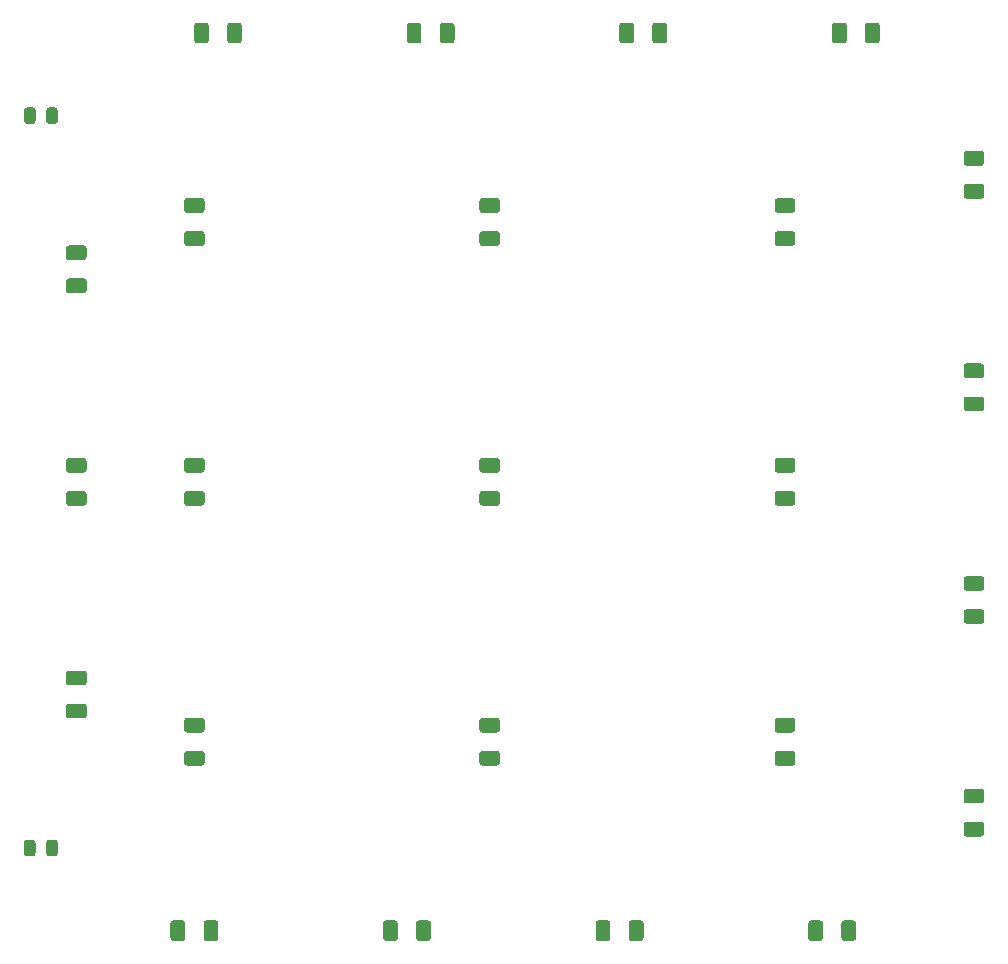
<source format=gbr>
%TF.GenerationSoftware,KiCad,Pcbnew,5.1.6-c6e7f7d~87~ubuntu20.04.1*%
%TF.CreationDate,2020-09-19T08:47:59-07:00*%
%TF.ProjectId,multi-way-usb,6d756c74-692d-4776-9179-2d7573622e6b,rev?*%
%TF.SameCoordinates,Original*%
%TF.FileFunction,Paste,Bot*%
%TF.FilePolarity,Positive*%
%FSLAX46Y46*%
G04 Gerber Fmt 4.6, Leading zero omitted, Abs format (unit mm)*
G04 Created by KiCad (PCBNEW 5.1.6-c6e7f7d~87~ubuntu20.04.1) date 2020-09-19 08:47:59*
%MOMM*%
%LPD*%
G01*
G04 APERTURE LIST*
G04 APERTURE END LIST*
%TO.C,F24*%
G36*
G01*
X-27375000Y-21225000D02*
X-28625000Y-21225000D01*
G75*
G02*
X-28875000Y-20975000I0J250000D01*
G01*
X-28875000Y-20225000D01*
G75*
G02*
X-28625000Y-19975000I250000J0D01*
G01*
X-27375000Y-19975000D01*
G75*
G02*
X-27125000Y-20225000I0J-250000D01*
G01*
X-27125000Y-20975000D01*
G75*
G02*
X-27375000Y-21225000I-250000J0D01*
G01*
G37*
G36*
G01*
X-27375000Y-24025000D02*
X-28625000Y-24025000D01*
G75*
G02*
X-28875000Y-23775000I0J250000D01*
G01*
X-28875000Y-23025000D01*
G75*
G02*
X-28625000Y-22775000I250000J0D01*
G01*
X-27375000Y-22775000D01*
G75*
G02*
X-27125000Y-23025000I0J-250000D01*
G01*
X-27125000Y-23775000D01*
G75*
G02*
X-27375000Y-24025000I-250000J0D01*
G01*
G37*
%TD*%
%TO.C,F23*%
G36*
G01*
X-27375000Y775000D02*
X-28625000Y775000D01*
G75*
G02*
X-28875000Y1025000I0J250000D01*
G01*
X-28875000Y1775000D01*
G75*
G02*
X-28625000Y2025000I250000J0D01*
G01*
X-27375000Y2025000D01*
G75*
G02*
X-27125000Y1775000I0J-250000D01*
G01*
X-27125000Y1025000D01*
G75*
G02*
X-27375000Y775000I-250000J0D01*
G01*
G37*
G36*
G01*
X-27375000Y-2025000D02*
X-28625000Y-2025000D01*
G75*
G02*
X-28875000Y-1775000I0J250000D01*
G01*
X-28875000Y-1025000D01*
G75*
G02*
X-28625000Y-775000I250000J0D01*
G01*
X-27375000Y-775000D01*
G75*
G02*
X-27125000Y-1025000I0J-250000D01*
G01*
X-27125000Y-1775000D01*
G75*
G02*
X-27375000Y-2025000I-250000J0D01*
G01*
G37*
%TD*%
%TO.C,F22*%
G36*
G01*
X-27375000Y22775000D02*
X-28625000Y22775000D01*
G75*
G02*
X-28875000Y23025000I0J250000D01*
G01*
X-28875000Y23775000D01*
G75*
G02*
X-28625000Y24025000I250000J0D01*
G01*
X-27375000Y24025000D01*
G75*
G02*
X-27125000Y23775000I0J-250000D01*
G01*
X-27125000Y23025000D01*
G75*
G02*
X-27375000Y22775000I-250000J0D01*
G01*
G37*
G36*
G01*
X-27375000Y19975000D02*
X-28625000Y19975000D01*
G75*
G02*
X-28875000Y20225000I0J250000D01*
G01*
X-28875000Y20975000D01*
G75*
G02*
X-28625000Y21225000I250000J0D01*
G01*
X-27375000Y21225000D01*
G75*
G02*
X-27125000Y20975000I0J-250000D01*
G01*
X-27125000Y20225000D01*
G75*
G02*
X-27375000Y19975000I-250000J0D01*
G01*
G37*
%TD*%
%TO.C,F21*%
G36*
G01*
X-2375000Y-21225000D02*
X-3625000Y-21225000D01*
G75*
G02*
X-3875000Y-20975000I0J250000D01*
G01*
X-3875000Y-20225000D01*
G75*
G02*
X-3625000Y-19975000I250000J0D01*
G01*
X-2375000Y-19975000D01*
G75*
G02*
X-2125000Y-20225000I0J-250000D01*
G01*
X-2125000Y-20975000D01*
G75*
G02*
X-2375000Y-21225000I-250000J0D01*
G01*
G37*
G36*
G01*
X-2375000Y-24025000D02*
X-3625000Y-24025000D01*
G75*
G02*
X-3875000Y-23775000I0J250000D01*
G01*
X-3875000Y-23025000D01*
G75*
G02*
X-3625000Y-22775000I250000J0D01*
G01*
X-2375000Y-22775000D01*
G75*
G02*
X-2125000Y-23025000I0J-250000D01*
G01*
X-2125000Y-23775000D01*
G75*
G02*
X-2375000Y-24025000I-250000J0D01*
G01*
G37*
%TD*%
%TO.C,F20*%
G36*
G01*
X-2375000Y775000D02*
X-3625000Y775000D01*
G75*
G02*
X-3875000Y1025000I0J250000D01*
G01*
X-3875000Y1775000D01*
G75*
G02*
X-3625000Y2025000I250000J0D01*
G01*
X-2375000Y2025000D01*
G75*
G02*
X-2125000Y1775000I0J-250000D01*
G01*
X-2125000Y1025000D01*
G75*
G02*
X-2375000Y775000I-250000J0D01*
G01*
G37*
G36*
G01*
X-2375000Y-2025000D02*
X-3625000Y-2025000D01*
G75*
G02*
X-3875000Y-1775000I0J250000D01*
G01*
X-3875000Y-1025000D01*
G75*
G02*
X-3625000Y-775000I250000J0D01*
G01*
X-2375000Y-775000D01*
G75*
G02*
X-2125000Y-1025000I0J-250000D01*
G01*
X-2125000Y-1775000D01*
G75*
G02*
X-2375000Y-2025000I-250000J0D01*
G01*
G37*
%TD*%
%TO.C,F19*%
G36*
G01*
X-2375000Y22775000D02*
X-3625000Y22775000D01*
G75*
G02*
X-3875000Y23025000I0J250000D01*
G01*
X-3875000Y23775000D01*
G75*
G02*
X-3625000Y24025000I250000J0D01*
G01*
X-2375000Y24025000D01*
G75*
G02*
X-2125000Y23775000I0J-250000D01*
G01*
X-2125000Y23025000D01*
G75*
G02*
X-2375000Y22775000I-250000J0D01*
G01*
G37*
G36*
G01*
X-2375000Y19975000D02*
X-3625000Y19975000D01*
G75*
G02*
X-3875000Y20225000I0J250000D01*
G01*
X-3875000Y20975000D01*
G75*
G02*
X-3625000Y21225000I250000J0D01*
G01*
X-2375000Y21225000D01*
G75*
G02*
X-2125000Y20975000I0J-250000D01*
G01*
X-2125000Y20225000D01*
G75*
G02*
X-2375000Y19975000I-250000J0D01*
G01*
G37*
%TD*%
%TO.C,F18*%
G36*
G01*
X22625000Y-21225000D02*
X21375000Y-21225000D01*
G75*
G02*
X21125000Y-20975000I0J250000D01*
G01*
X21125000Y-20225000D01*
G75*
G02*
X21375000Y-19975000I250000J0D01*
G01*
X22625000Y-19975000D01*
G75*
G02*
X22875000Y-20225000I0J-250000D01*
G01*
X22875000Y-20975000D01*
G75*
G02*
X22625000Y-21225000I-250000J0D01*
G01*
G37*
G36*
G01*
X22625000Y-24025000D02*
X21375000Y-24025000D01*
G75*
G02*
X21125000Y-23775000I0J250000D01*
G01*
X21125000Y-23025000D01*
G75*
G02*
X21375000Y-22775000I250000J0D01*
G01*
X22625000Y-22775000D01*
G75*
G02*
X22875000Y-23025000I0J-250000D01*
G01*
X22875000Y-23775000D01*
G75*
G02*
X22625000Y-24025000I-250000J0D01*
G01*
G37*
%TD*%
%TO.C,F17*%
G36*
G01*
X22625000Y775000D02*
X21375000Y775000D01*
G75*
G02*
X21125000Y1025000I0J250000D01*
G01*
X21125000Y1775000D01*
G75*
G02*
X21375000Y2025000I250000J0D01*
G01*
X22625000Y2025000D01*
G75*
G02*
X22875000Y1775000I0J-250000D01*
G01*
X22875000Y1025000D01*
G75*
G02*
X22625000Y775000I-250000J0D01*
G01*
G37*
G36*
G01*
X22625000Y-2025000D02*
X21375000Y-2025000D01*
G75*
G02*
X21125000Y-1775000I0J250000D01*
G01*
X21125000Y-1025000D01*
G75*
G02*
X21375000Y-775000I250000J0D01*
G01*
X22625000Y-775000D01*
G75*
G02*
X22875000Y-1025000I0J-250000D01*
G01*
X22875000Y-1775000D01*
G75*
G02*
X22625000Y-2025000I-250000J0D01*
G01*
G37*
%TD*%
%TO.C,F16*%
G36*
G01*
X22625000Y22775000D02*
X21375000Y22775000D01*
G75*
G02*
X21125000Y23025000I0J250000D01*
G01*
X21125000Y23775000D01*
G75*
G02*
X21375000Y24025000I250000J0D01*
G01*
X22625000Y24025000D01*
G75*
G02*
X22875000Y23775000I0J-250000D01*
G01*
X22875000Y23025000D01*
G75*
G02*
X22625000Y22775000I-250000J0D01*
G01*
G37*
G36*
G01*
X22625000Y19975000D02*
X21375000Y19975000D01*
G75*
G02*
X21125000Y20225000I0J250000D01*
G01*
X21125000Y20975000D01*
G75*
G02*
X21375000Y21225000I250000J0D01*
G01*
X22625000Y21225000D01*
G75*
G02*
X22875000Y20975000I0J-250000D01*
G01*
X22875000Y20225000D01*
G75*
G02*
X22625000Y19975000I-250000J0D01*
G01*
G37*
%TD*%
%TO.C,F15*%
G36*
G01*
X-38625000Y-18775000D02*
X-37375000Y-18775000D01*
G75*
G02*
X-37125000Y-19025000I0J-250000D01*
G01*
X-37125000Y-19775000D01*
G75*
G02*
X-37375000Y-20025000I-250000J0D01*
G01*
X-38625000Y-20025000D01*
G75*
G02*
X-38875000Y-19775000I0J250000D01*
G01*
X-38875000Y-19025000D01*
G75*
G02*
X-38625000Y-18775000I250000J0D01*
G01*
G37*
G36*
G01*
X-38625000Y-15975000D02*
X-37375000Y-15975000D01*
G75*
G02*
X-37125000Y-16225000I0J-250000D01*
G01*
X-37125000Y-16975000D01*
G75*
G02*
X-37375000Y-17225000I-250000J0D01*
G01*
X-38625000Y-17225000D01*
G75*
G02*
X-38875000Y-16975000I0J250000D01*
G01*
X-38875000Y-16225000D01*
G75*
G02*
X-38625000Y-15975000I250000J0D01*
G01*
G37*
%TD*%
%TO.C,R2*%
G36*
G01*
X-40550000Y-31456250D02*
X-40550000Y-30543750D01*
G75*
G02*
X-40306250Y-30300000I243750J0D01*
G01*
X-39818750Y-30300000D01*
G75*
G02*
X-39575000Y-30543750I0J-243750D01*
G01*
X-39575000Y-31456250D01*
G75*
G02*
X-39818750Y-31700000I-243750J0D01*
G01*
X-40306250Y-31700000D01*
G75*
G02*
X-40550000Y-31456250I0J243750D01*
G01*
G37*
G36*
G01*
X-42425000Y-31456250D02*
X-42425000Y-30543750D01*
G75*
G02*
X-42181250Y-30300000I243750J0D01*
G01*
X-41693750Y-30300000D01*
G75*
G02*
X-41450000Y-30543750I0J-243750D01*
G01*
X-41450000Y-31456250D01*
G75*
G02*
X-41693750Y-31700000I-243750J0D01*
G01*
X-42181250Y-31700000D01*
G75*
G02*
X-42425000Y-31456250I0J243750D01*
G01*
G37*
%TD*%
%TO.C,F14*%
G36*
G01*
X-38625000Y-775000D02*
X-37375000Y-775000D01*
G75*
G02*
X-37125000Y-1025000I0J-250000D01*
G01*
X-37125000Y-1775000D01*
G75*
G02*
X-37375000Y-2025000I-250000J0D01*
G01*
X-38625000Y-2025000D01*
G75*
G02*
X-38875000Y-1775000I0J250000D01*
G01*
X-38875000Y-1025000D01*
G75*
G02*
X-38625000Y-775000I250000J0D01*
G01*
G37*
G36*
G01*
X-38625000Y2025000D02*
X-37375000Y2025000D01*
G75*
G02*
X-37125000Y1775000I0J-250000D01*
G01*
X-37125000Y1025000D01*
G75*
G02*
X-37375000Y775000I-250000J0D01*
G01*
X-38625000Y775000D01*
G75*
G02*
X-38875000Y1025000I0J250000D01*
G01*
X-38875000Y1775000D01*
G75*
G02*
X-38625000Y2025000I250000J0D01*
G01*
G37*
%TD*%
%TO.C,F13*%
G36*
G01*
X-38625000Y17225000D02*
X-37375000Y17225000D01*
G75*
G02*
X-37125000Y16975000I0J-250000D01*
G01*
X-37125000Y16225000D01*
G75*
G02*
X-37375000Y15975000I-250000J0D01*
G01*
X-38625000Y15975000D01*
G75*
G02*
X-38875000Y16225000I0J250000D01*
G01*
X-38875000Y16975000D01*
G75*
G02*
X-38625000Y17225000I250000J0D01*
G01*
G37*
G36*
G01*
X-38625000Y20025000D02*
X-37375000Y20025000D01*
G75*
G02*
X-37125000Y19775000I0J-250000D01*
G01*
X-37125000Y19025000D01*
G75*
G02*
X-37375000Y18775000I-250000J0D01*
G01*
X-38625000Y18775000D01*
G75*
G02*
X-38875000Y19025000I0J250000D01*
G01*
X-38875000Y19775000D01*
G75*
G02*
X-38625000Y20025000I250000J0D01*
G01*
G37*
%TD*%
%TO.C,R1*%
G36*
G01*
X-40550000Y30543750D02*
X-40550000Y31456250D01*
G75*
G02*
X-40306250Y31700000I243750J0D01*
G01*
X-39818750Y31700000D01*
G75*
G02*
X-39575000Y31456250I0J-243750D01*
G01*
X-39575000Y30543750D01*
G75*
G02*
X-39818750Y30300000I-243750J0D01*
G01*
X-40306250Y30300000D01*
G75*
G02*
X-40550000Y30543750I0J243750D01*
G01*
G37*
G36*
G01*
X-42425000Y30543750D02*
X-42425000Y31456250D01*
G75*
G02*
X-42181250Y31700000I243750J0D01*
G01*
X-41693750Y31700000D01*
G75*
G02*
X-41450000Y31456250I0J-243750D01*
G01*
X-41450000Y30543750D01*
G75*
G02*
X-41693750Y30300000I-243750J0D01*
G01*
X-42181250Y30300000D01*
G75*
G02*
X-42425000Y30543750I0J243750D01*
G01*
G37*
%TD*%
%TO.C,F12*%
G36*
G01*
X-26775000Y38625000D02*
X-26775000Y37375000D01*
G75*
G02*
X-27025000Y37125000I-250000J0D01*
G01*
X-27775000Y37125000D01*
G75*
G02*
X-28025000Y37375000I0J250000D01*
G01*
X-28025000Y38625000D01*
G75*
G02*
X-27775000Y38875000I250000J0D01*
G01*
X-27025000Y38875000D01*
G75*
G02*
X-26775000Y38625000I0J-250000D01*
G01*
G37*
G36*
G01*
X-23975000Y38625000D02*
X-23975000Y37375000D01*
G75*
G02*
X-24225000Y37125000I-250000J0D01*
G01*
X-24975000Y37125000D01*
G75*
G02*
X-25225000Y37375000I0J250000D01*
G01*
X-25225000Y38625000D01*
G75*
G02*
X-24975000Y38875000I250000J0D01*
G01*
X-24225000Y38875000D01*
G75*
G02*
X-23975000Y38625000I0J-250000D01*
G01*
G37*
%TD*%
%TO.C,F11*%
G36*
G01*
X-8775000Y38625000D02*
X-8775000Y37375000D01*
G75*
G02*
X-9025000Y37125000I-250000J0D01*
G01*
X-9775000Y37125000D01*
G75*
G02*
X-10025000Y37375000I0J250000D01*
G01*
X-10025000Y38625000D01*
G75*
G02*
X-9775000Y38875000I250000J0D01*
G01*
X-9025000Y38875000D01*
G75*
G02*
X-8775000Y38625000I0J-250000D01*
G01*
G37*
G36*
G01*
X-5975000Y38625000D02*
X-5975000Y37375000D01*
G75*
G02*
X-6225000Y37125000I-250000J0D01*
G01*
X-6975000Y37125000D01*
G75*
G02*
X-7225000Y37375000I0J250000D01*
G01*
X-7225000Y38625000D01*
G75*
G02*
X-6975000Y38875000I250000J0D01*
G01*
X-6225000Y38875000D01*
G75*
G02*
X-5975000Y38625000I0J-250000D01*
G01*
G37*
%TD*%
%TO.C,F10*%
G36*
G01*
X9225000Y38625000D02*
X9225000Y37375000D01*
G75*
G02*
X8975000Y37125000I-250000J0D01*
G01*
X8225000Y37125000D01*
G75*
G02*
X7975000Y37375000I0J250000D01*
G01*
X7975000Y38625000D01*
G75*
G02*
X8225000Y38875000I250000J0D01*
G01*
X8975000Y38875000D01*
G75*
G02*
X9225000Y38625000I0J-250000D01*
G01*
G37*
G36*
G01*
X12025000Y38625000D02*
X12025000Y37375000D01*
G75*
G02*
X11775000Y37125000I-250000J0D01*
G01*
X11025000Y37125000D01*
G75*
G02*
X10775000Y37375000I0J250000D01*
G01*
X10775000Y38625000D01*
G75*
G02*
X11025000Y38875000I250000J0D01*
G01*
X11775000Y38875000D01*
G75*
G02*
X12025000Y38625000I0J-250000D01*
G01*
G37*
%TD*%
%TO.C,F9*%
G36*
G01*
X27225000Y38625000D02*
X27225000Y37375000D01*
G75*
G02*
X26975000Y37125000I-250000J0D01*
G01*
X26225000Y37125000D01*
G75*
G02*
X25975000Y37375000I0J250000D01*
G01*
X25975000Y38625000D01*
G75*
G02*
X26225000Y38875000I250000J0D01*
G01*
X26975000Y38875000D01*
G75*
G02*
X27225000Y38625000I0J-250000D01*
G01*
G37*
G36*
G01*
X30025000Y38625000D02*
X30025000Y37375000D01*
G75*
G02*
X29775000Y37125000I-250000J0D01*
G01*
X29025000Y37125000D01*
G75*
G02*
X28775000Y37375000I0J250000D01*
G01*
X28775000Y38625000D01*
G75*
G02*
X29025000Y38875000I250000J0D01*
G01*
X29775000Y38875000D01*
G75*
G02*
X30025000Y38625000I0J-250000D01*
G01*
G37*
%TD*%
%TO.C,F8*%
G36*
G01*
X38625000Y26775000D02*
X37375000Y26775000D01*
G75*
G02*
X37125000Y27025000I0J250000D01*
G01*
X37125000Y27775000D01*
G75*
G02*
X37375000Y28025000I250000J0D01*
G01*
X38625000Y28025000D01*
G75*
G02*
X38875000Y27775000I0J-250000D01*
G01*
X38875000Y27025000D01*
G75*
G02*
X38625000Y26775000I-250000J0D01*
G01*
G37*
G36*
G01*
X38625000Y23975000D02*
X37375000Y23975000D01*
G75*
G02*
X37125000Y24225000I0J250000D01*
G01*
X37125000Y24975000D01*
G75*
G02*
X37375000Y25225000I250000J0D01*
G01*
X38625000Y25225000D01*
G75*
G02*
X38875000Y24975000I0J-250000D01*
G01*
X38875000Y24225000D01*
G75*
G02*
X38625000Y23975000I-250000J0D01*
G01*
G37*
%TD*%
%TO.C,F7*%
G36*
G01*
X38625000Y8775000D02*
X37375000Y8775000D01*
G75*
G02*
X37125000Y9025000I0J250000D01*
G01*
X37125000Y9775000D01*
G75*
G02*
X37375000Y10025000I250000J0D01*
G01*
X38625000Y10025000D01*
G75*
G02*
X38875000Y9775000I0J-250000D01*
G01*
X38875000Y9025000D01*
G75*
G02*
X38625000Y8775000I-250000J0D01*
G01*
G37*
G36*
G01*
X38625000Y5975000D02*
X37375000Y5975000D01*
G75*
G02*
X37125000Y6225000I0J250000D01*
G01*
X37125000Y6975000D01*
G75*
G02*
X37375000Y7225000I250000J0D01*
G01*
X38625000Y7225000D01*
G75*
G02*
X38875000Y6975000I0J-250000D01*
G01*
X38875000Y6225000D01*
G75*
G02*
X38625000Y5975000I-250000J0D01*
G01*
G37*
%TD*%
%TO.C,F6*%
G36*
G01*
X38625000Y-9225000D02*
X37375000Y-9225000D01*
G75*
G02*
X37125000Y-8975000I0J250000D01*
G01*
X37125000Y-8225000D01*
G75*
G02*
X37375000Y-7975000I250000J0D01*
G01*
X38625000Y-7975000D01*
G75*
G02*
X38875000Y-8225000I0J-250000D01*
G01*
X38875000Y-8975000D01*
G75*
G02*
X38625000Y-9225000I-250000J0D01*
G01*
G37*
G36*
G01*
X38625000Y-12025000D02*
X37375000Y-12025000D01*
G75*
G02*
X37125000Y-11775000I0J250000D01*
G01*
X37125000Y-11025000D01*
G75*
G02*
X37375000Y-10775000I250000J0D01*
G01*
X38625000Y-10775000D01*
G75*
G02*
X38875000Y-11025000I0J-250000D01*
G01*
X38875000Y-11775000D01*
G75*
G02*
X38625000Y-12025000I-250000J0D01*
G01*
G37*
%TD*%
%TO.C,F5*%
G36*
G01*
X38625000Y-27225000D02*
X37375000Y-27225000D01*
G75*
G02*
X37125000Y-26975000I0J250000D01*
G01*
X37125000Y-26225000D01*
G75*
G02*
X37375000Y-25975000I250000J0D01*
G01*
X38625000Y-25975000D01*
G75*
G02*
X38875000Y-26225000I0J-250000D01*
G01*
X38875000Y-26975000D01*
G75*
G02*
X38625000Y-27225000I-250000J0D01*
G01*
G37*
G36*
G01*
X38625000Y-30025000D02*
X37375000Y-30025000D01*
G75*
G02*
X37125000Y-29775000I0J250000D01*
G01*
X37125000Y-29025000D01*
G75*
G02*
X37375000Y-28775000I250000J0D01*
G01*
X38625000Y-28775000D01*
G75*
G02*
X38875000Y-29025000I0J-250000D01*
G01*
X38875000Y-29775000D01*
G75*
G02*
X38625000Y-30025000I-250000J0D01*
G01*
G37*
%TD*%
%TO.C,F4*%
G36*
G01*
X26775000Y-38625000D02*
X26775000Y-37375000D01*
G75*
G02*
X27025000Y-37125000I250000J0D01*
G01*
X27775000Y-37125000D01*
G75*
G02*
X28025000Y-37375000I0J-250000D01*
G01*
X28025000Y-38625000D01*
G75*
G02*
X27775000Y-38875000I-250000J0D01*
G01*
X27025000Y-38875000D01*
G75*
G02*
X26775000Y-38625000I0J250000D01*
G01*
G37*
G36*
G01*
X23975000Y-38625000D02*
X23975000Y-37375000D01*
G75*
G02*
X24225000Y-37125000I250000J0D01*
G01*
X24975000Y-37125000D01*
G75*
G02*
X25225000Y-37375000I0J-250000D01*
G01*
X25225000Y-38625000D01*
G75*
G02*
X24975000Y-38875000I-250000J0D01*
G01*
X24225000Y-38875000D01*
G75*
G02*
X23975000Y-38625000I0J250000D01*
G01*
G37*
%TD*%
%TO.C,F3*%
G36*
G01*
X8775000Y-38625000D02*
X8775000Y-37375000D01*
G75*
G02*
X9025000Y-37125000I250000J0D01*
G01*
X9775000Y-37125000D01*
G75*
G02*
X10025000Y-37375000I0J-250000D01*
G01*
X10025000Y-38625000D01*
G75*
G02*
X9775000Y-38875000I-250000J0D01*
G01*
X9025000Y-38875000D01*
G75*
G02*
X8775000Y-38625000I0J250000D01*
G01*
G37*
G36*
G01*
X5975000Y-38625000D02*
X5975000Y-37375000D01*
G75*
G02*
X6225000Y-37125000I250000J0D01*
G01*
X6975000Y-37125000D01*
G75*
G02*
X7225000Y-37375000I0J-250000D01*
G01*
X7225000Y-38625000D01*
G75*
G02*
X6975000Y-38875000I-250000J0D01*
G01*
X6225000Y-38875000D01*
G75*
G02*
X5975000Y-38625000I0J250000D01*
G01*
G37*
%TD*%
%TO.C,F2*%
G36*
G01*
X-9225000Y-38625000D02*
X-9225000Y-37375000D01*
G75*
G02*
X-8975000Y-37125000I250000J0D01*
G01*
X-8225000Y-37125000D01*
G75*
G02*
X-7975000Y-37375000I0J-250000D01*
G01*
X-7975000Y-38625000D01*
G75*
G02*
X-8225000Y-38875000I-250000J0D01*
G01*
X-8975000Y-38875000D01*
G75*
G02*
X-9225000Y-38625000I0J250000D01*
G01*
G37*
G36*
G01*
X-12025000Y-38625000D02*
X-12025000Y-37375000D01*
G75*
G02*
X-11775000Y-37125000I250000J0D01*
G01*
X-11025000Y-37125000D01*
G75*
G02*
X-10775000Y-37375000I0J-250000D01*
G01*
X-10775000Y-38625000D01*
G75*
G02*
X-11025000Y-38875000I-250000J0D01*
G01*
X-11775000Y-38875000D01*
G75*
G02*
X-12025000Y-38625000I0J250000D01*
G01*
G37*
%TD*%
%TO.C,F1*%
G36*
G01*
X-27225000Y-38625000D02*
X-27225000Y-37375000D01*
G75*
G02*
X-26975000Y-37125000I250000J0D01*
G01*
X-26225000Y-37125000D01*
G75*
G02*
X-25975000Y-37375000I0J-250000D01*
G01*
X-25975000Y-38625000D01*
G75*
G02*
X-26225000Y-38875000I-250000J0D01*
G01*
X-26975000Y-38875000D01*
G75*
G02*
X-27225000Y-38625000I0J250000D01*
G01*
G37*
G36*
G01*
X-30025000Y-38625000D02*
X-30025000Y-37375000D01*
G75*
G02*
X-29775000Y-37125000I250000J0D01*
G01*
X-29025000Y-37125000D01*
G75*
G02*
X-28775000Y-37375000I0J-250000D01*
G01*
X-28775000Y-38625000D01*
G75*
G02*
X-29025000Y-38875000I-250000J0D01*
G01*
X-29775000Y-38875000D01*
G75*
G02*
X-30025000Y-38625000I0J250000D01*
G01*
G37*
%TD*%
M02*

</source>
